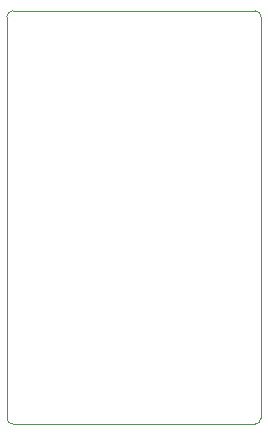
<source format=gm1>
%TF.GenerationSoftware,KiCad,Pcbnew,7.0.8*%
%TF.CreationDate,2024-04-05T01:26:40-03:00*%
%TF.ProjectId,iW-Little,69572d4c-6974-4746-9c65-2e6b69636164,rev?*%
%TF.SameCoordinates,Original*%
%TF.FileFunction,Profile,NP*%
%FSLAX46Y46*%
G04 Gerber Fmt 4.6, Leading zero omitted, Abs format (unit mm)*
G04 Created by KiCad (PCBNEW 7.0.8) date 2024-04-05 01:26:40*
%MOMM*%
%LPD*%
G01*
G04 APERTURE LIST*
%TA.AperFunction,Profile*%
%ADD10C,0.100000*%
%TD*%
G04 APERTURE END LIST*
D10*
X152500000Y-99500000D02*
X152500000Y-65500000D01*
X152000000Y-65000000D02*
X131500000Y-65000000D01*
X152500000Y-65500000D02*
G75*
G03*
X152000000Y-65000000I-500000J0D01*
G01*
X131000000Y-65500000D02*
X131000000Y-99500000D01*
X131500000Y-65000000D02*
G75*
G03*
X131000000Y-65500000I0J-500000D01*
G01*
X131000000Y-99500000D02*
G75*
G03*
X131500000Y-100000000I500000J0D01*
G01*
X131500000Y-100000000D02*
X152000000Y-100000000D01*
X152000000Y-100000000D02*
G75*
G03*
X152500000Y-99500000I0J500000D01*
G01*
M02*

</source>
